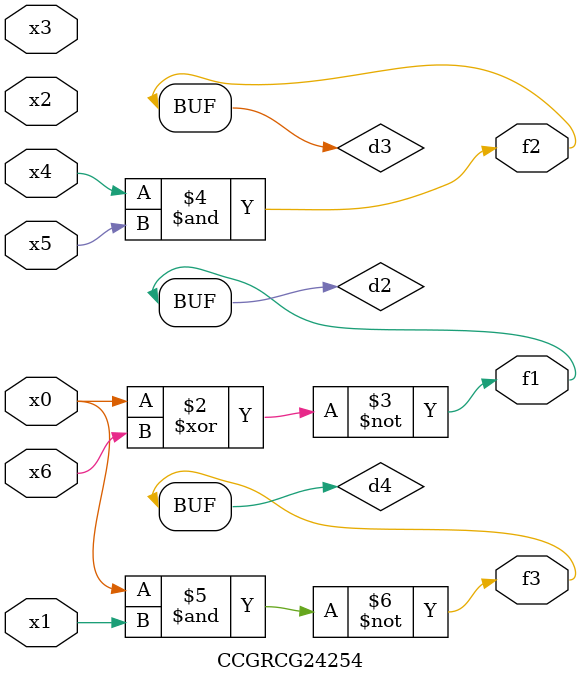
<source format=v>
module CCGRCG24254(
	input x0, x1, x2, x3, x4, x5, x6,
	output f1, f2, f3
);

	wire d1, d2, d3, d4;

	nor (d1, x0);
	xnor (d2, x0, x6);
	and (d3, x4, x5);
	nand (d4, x0, x1);
	assign f1 = d2;
	assign f2 = d3;
	assign f3 = d4;
endmodule

</source>
